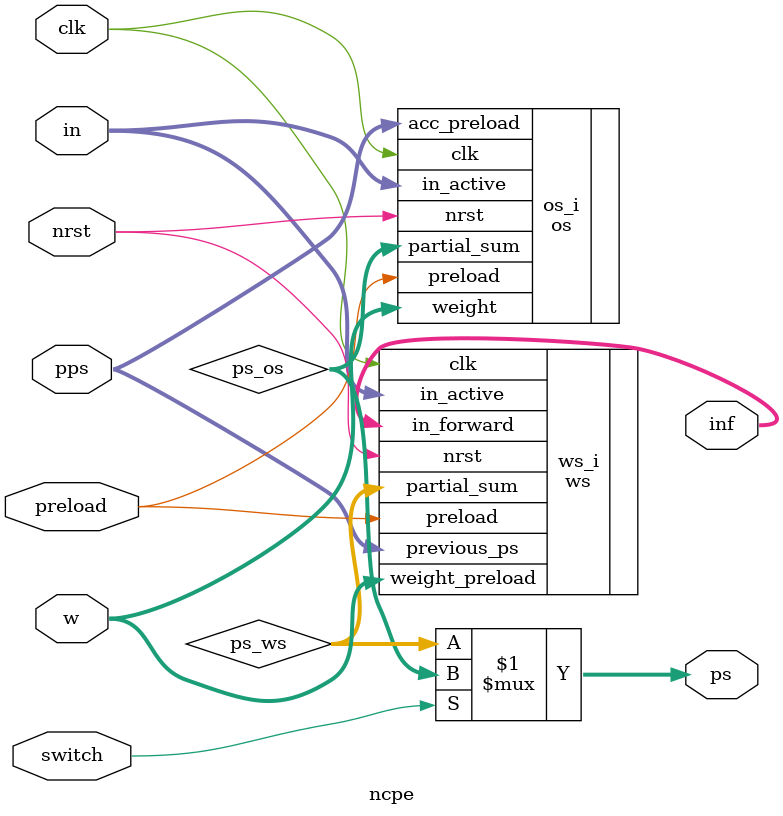
<source format=v>
module ncpe #( parameter WORD_LEN = 4 ) (
input clk 	,	//clock
input nrst 	,	//negetive reset
input preload 	, 	// preload
input switch	,	// switch , 1 = os switch  0 = ws

input [WORD_LEN-1 : 0] w 	,	// weight
input [WORD_LEN-1 : 0] in 	, 	// in
input [2*WORD_LEN-1 : 0] pps 	, 	// previous partial sum

output [WORD_LEN-1 : 0] inf 	,	// in forward
output [2*WORD_LEN-1 : 0] ps		// partial sum
);

wire [2*WORD_LEN-1 : 0] ps_os ;
wire [2*WORD_LEN-1 : 0] ps_ws ; 

// mux chosing the working method of the pe
assign ps = switch ? ps_os : ps_ws ;


// instantization of ospe
os #(WORD_LEN) os_i (
.clk(clk) 		, 
.nrst(nrst) 		, 
.preload(preload) 	,

.weight(w) 		, 
.in_active(in)		,
.acc_preload(pps)	,

.partial_sum(ps_os)
);

// instantization of wspe
ws #(WORD_LEN) ws_i (
.clk(clk)		,
.nrst(nrst)		,
.preload(preload)	,

.weight_preload(w)	,
.in_active(in)		,
.previous_ps(pps)	,

.in_forward(inf)	,
.partial_sum(ps_ws)
);

endmodule

</source>
